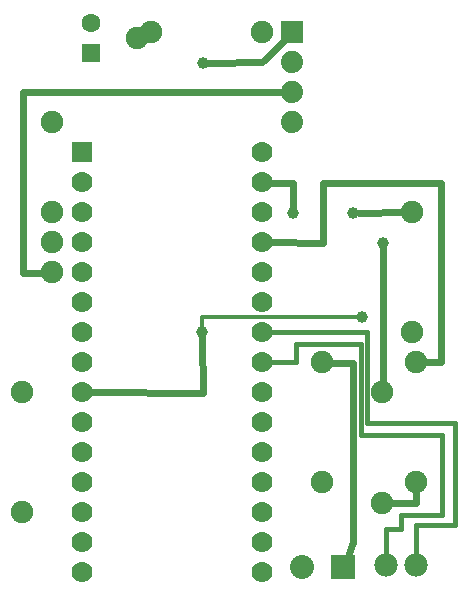
<source format=gtl>
G04 MADE WITH FRITZING*
G04 WWW.FRITZING.ORG*
G04 DOUBLE SIDED*
G04 HOLES PLATED*
G04 CONTOUR ON CENTER OF CONTOUR VECTOR*
%ASAXBY*%
%FSLAX23Y23*%
%MOIN*%
%OFA0B0*%
%SFA1.0B1.0*%
%ADD10C,0.070000*%
%ADD11C,0.074000*%
%ADD12C,0.075000*%
%ADD13C,0.080000*%
%ADD14C,0.039370*%
%ADD15C,0.062992*%
%ADD16C,0.078000*%
%ADD17R,0.069972X0.070000*%
%ADD18R,0.074000X0.074000*%
%ADD19R,0.080000X0.080000*%
%ADD20R,0.062992X0.062992*%
%ADD21C,0.024000*%
%ADD22C,0.012000*%
%ADD23C,0.016000*%
%LNCOPPER1*%
G90*
G70*
G54D10*
X244Y1480D03*
X244Y1380D03*
X244Y1280D03*
X244Y1180D03*
X244Y1080D03*
X244Y980D03*
X244Y880D03*
X244Y780D03*
X244Y680D03*
X244Y580D03*
X244Y480D03*
X244Y380D03*
X244Y280D03*
X244Y180D03*
X244Y80D03*
X844Y1480D03*
X844Y1380D03*
X844Y1280D03*
X844Y1180D03*
X844Y1080D03*
X844Y980D03*
X844Y880D03*
X844Y780D03*
X844Y680D03*
X844Y580D03*
X844Y480D03*
X844Y380D03*
X844Y280D03*
X844Y180D03*
X844Y80D03*
G54D11*
X944Y1780D03*
X944Y1680D03*
X944Y1580D03*
X944Y1880D03*
G54D12*
X144Y1280D03*
X144Y1180D03*
X144Y1080D03*
X474Y1880D03*
X844Y1880D03*
X474Y1880D03*
X844Y1880D03*
X1244Y310D03*
X1244Y680D03*
X1244Y310D03*
X1244Y680D03*
G54D13*
X1114Y96D03*
X976Y96D03*
G54D12*
X1044Y780D03*
X1044Y380D03*
X44Y280D03*
X44Y680D03*
X1356Y780D03*
X1356Y380D03*
X1344Y1280D03*
X1344Y880D03*
X427Y1862D03*
X144Y1580D03*
G54D14*
X1246Y1179D03*
X1146Y1279D03*
X945Y1279D03*
X645Y1779D03*
X644Y880D03*
X1176Y931D03*
G54D15*
X273Y1812D03*
X273Y1910D03*
G54D16*
X1355Y103D03*
X1255Y103D03*
G54D17*
X244Y1480D03*
G54D18*
X944Y1880D03*
G54D19*
X1114Y96D03*
G54D20*
X273Y1812D03*
G54D21*
X45Y1079D02*
X45Y1579D01*
D02*
X45Y1680D02*
X913Y1680D01*
D02*
X45Y1579D02*
X45Y1680D01*
D02*
X116Y1079D02*
X45Y1079D01*
D02*
X1145Y180D02*
X1146Y779D01*
D02*
X1146Y779D02*
X1073Y779D01*
D02*
X1125Y125D02*
X1145Y180D01*
D02*
X874Y1180D02*
X1045Y1179D01*
D02*
X1045Y1179D02*
X1045Y1379D01*
D02*
X1045Y1379D02*
X1438Y1379D01*
D02*
X1438Y1379D02*
X1438Y780D01*
D02*
X1438Y780D02*
X1385Y780D01*
D02*
X1245Y708D02*
X1246Y1160D01*
D02*
X1316Y1280D02*
X1165Y1279D01*
D02*
X945Y1379D02*
X874Y1379D01*
D02*
X945Y1298D02*
X945Y1379D01*
D02*
X844Y1780D02*
X664Y1779D01*
D02*
X922Y1858D02*
X844Y1780D01*
D02*
X645Y679D02*
X274Y680D01*
D02*
X644Y861D02*
X645Y679D01*
G54D22*
D02*
X644Y931D02*
X644Y894D01*
D02*
X1163Y931D02*
X644Y931D01*
G54D21*
D02*
X454Y1872D02*
X447Y1870D01*
D02*
X1356Y310D02*
X1273Y310D01*
D02*
X1356Y351D02*
X1356Y310D01*
G54D23*
D02*
X1487Y578D02*
X1192Y578D01*
D02*
X1192Y578D02*
X1192Y880D01*
D02*
X1192Y880D02*
X874Y880D01*
D02*
X1355Y133D02*
X1355Y236D01*
D02*
X1487Y236D02*
X1487Y578D01*
D02*
X1355Y236D02*
X1487Y236D01*
D02*
X1171Y537D02*
X1171Y841D01*
D02*
X1171Y841D02*
X956Y841D01*
D02*
X956Y841D02*
X956Y780D01*
D02*
X1442Y537D02*
X1171Y537D01*
D02*
X1442Y272D02*
X1442Y537D01*
D02*
X1255Y128D02*
X1255Y224D01*
D02*
X956Y780D02*
X868Y780D01*
D02*
X1255Y224D02*
X1306Y224D01*
D02*
X1306Y272D02*
X1442Y272D01*
D02*
X1306Y224D02*
X1306Y272D01*
G04 End of Copper1*
M02*
</source>
